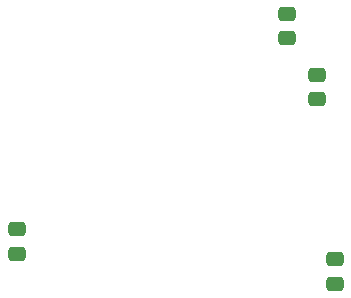
<source format=gbr>
%TF.GenerationSoftware,KiCad,Pcbnew,9.0.1*%
%TF.CreationDate,2025-04-10T22:20:43+03:00*%
%TF.ProjectId,Z80_card,5a38305f-6361-4726-942e-6b696361645f,rev?*%
%TF.SameCoordinates,Original*%
%TF.FileFunction,Paste,Bot*%
%TF.FilePolarity,Positive*%
%FSLAX46Y46*%
G04 Gerber Fmt 4.6, Leading zero omitted, Abs format (unit mm)*
G04 Created by KiCad (PCBNEW 9.0.1) date 2025-04-10 22:20:43*
%MOMM*%
%LPD*%
G01*
G04 APERTURE LIST*
G04 Aperture macros list*
%AMRoundRect*
0 Rectangle with rounded corners*
0 $1 Rounding radius*
0 $2 $3 $4 $5 $6 $7 $8 $9 X,Y pos of 4 corners*
0 Add a 4 corners polygon primitive as box body*
4,1,4,$2,$3,$4,$5,$6,$7,$8,$9,$2,$3,0*
0 Add four circle primitives for the rounded corners*
1,1,$1+$1,$2,$3*
1,1,$1+$1,$4,$5*
1,1,$1+$1,$6,$7*
1,1,$1+$1,$8,$9*
0 Add four rect primitives between the rounded corners*
20,1,$1+$1,$2,$3,$4,$5,0*
20,1,$1+$1,$4,$5,$6,$7,0*
20,1,$1+$1,$6,$7,$8,$9,0*
20,1,$1+$1,$8,$9,$2,$3,0*%
G04 Aperture macros list end*
%ADD10RoundRect,0.250000X-0.475000X0.337500X-0.475000X-0.337500X0.475000X-0.337500X0.475000X0.337500X0*%
%ADD11RoundRect,0.250000X0.475000X-0.337500X0.475000X0.337500X-0.475000X0.337500X-0.475000X-0.337500X0*%
G04 APERTURE END LIST*
D10*
%TO.C,C3*%
X50800000Y-69045000D03*
X50800000Y-71120000D03*
%TD*%
D11*
%TO.C,C1*%
X73660000Y-52875000D03*
X73660000Y-50800000D03*
%TD*%
D10*
%TO.C,C4*%
X77702500Y-71585000D03*
X77702500Y-73660000D03*
%TD*%
%TO.C,C2*%
X76200000Y-55962500D03*
X76200000Y-58037500D03*
%TD*%
M02*

</source>
